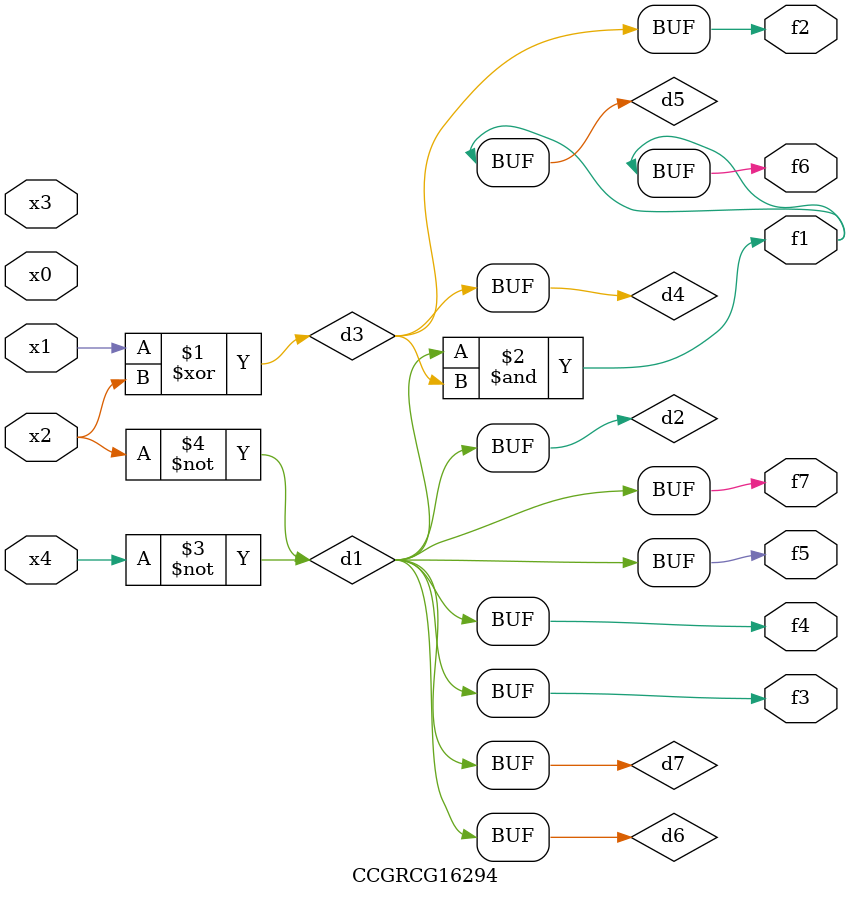
<source format=v>
module CCGRCG16294(
	input x0, x1, x2, x3, x4,
	output f1, f2, f3, f4, f5, f6, f7
);

	wire d1, d2, d3, d4, d5, d6, d7;

	not (d1, x4);
	not (d2, x2);
	xor (d3, x1, x2);
	buf (d4, d3);
	and (d5, d1, d3);
	buf (d6, d1, d2);
	buf (d7, d2);
	assign f1 = d5;
	assign f2 = d4;
	assign f3 = d7;
	assign f4 = d7;
	assign f5 = d7;
	assign f6 = d5;
	assign f7 = d7;
endmodule

</source>
